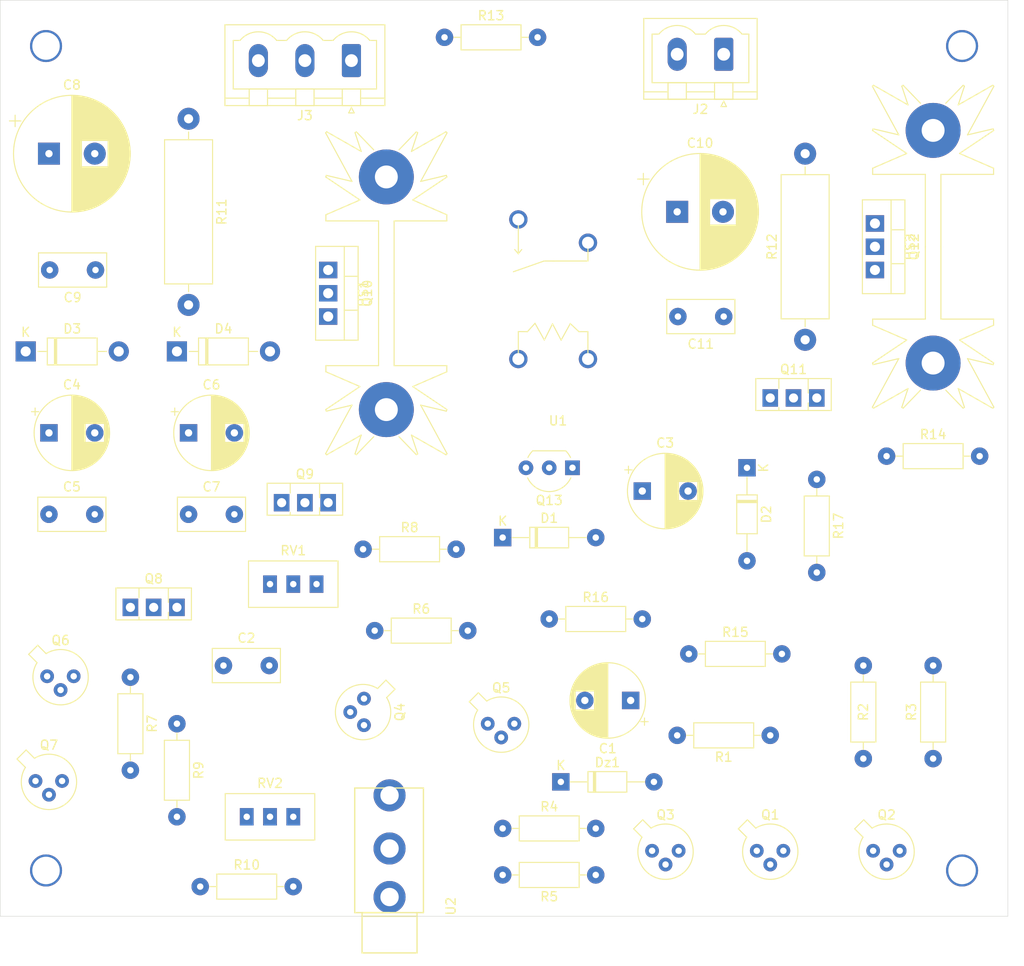
<source format=kicad_pcb>
(kicad_pcb (version 20171130) (host pcbnew "(5.1.9)-1")
  (title_block (title "Amplificateur Audio") (company "Tom Jullien, Augustin Galloo"))
  (layers (0 F.Cu signal) (31 B.Cu signal) (34 B.Paste user) (35 F.Paste user) (36 B.SilkS user) (37 F.SilkS user) (38 B.Mask user) (39 F.Mask user) (44 Edge.Cuts user))
  (net 0 "")
  (net 1 "Net-(C1-Pad1)")
  (net 2 "Net-(C1-Pad2)")
  (net 3 "Net-(C2-Pad1)")
  (net 4 "Net-(C2-Pad2)")
  (net 5 -12V)
  (net 6 "Net-(C3-Pad1)")
  (net 7 GND)
  (net 8 +12V)
  (net 9 "Net-(D1-Pad2)")
  (net 10 "Net-(D2-Pad1)")
  (net 11 "Net-(Dz1-Pad2)")
  (net 12 "Net-(J2-Pad1)")
  (net 13 "Net-(Q1-Pad1)")
  (net 14 "Net-(Q2-Pad3)")
  (net 15 "Net-(Q2-Pad2)")
  (net 16 "Net-(Q3-Pad1)")
  (net 17 "Net-(Q4-Pad1)")
  (net 18 "Net-(Q5-Pad1)")
  (net 19 "Net-(Q6-Pad1)")
  (net 20 "Net-(Q6-Pad2)")
  (net 21 "Net-(Q6-Pad3)")
  (net 22 "Net-(Q7-Pad1)")
  (net 23 "Net-(Q8-Pad3)")
  (net 24 "Net-(Q10-Pad1)")
  (net 25 "Net-(Q10-Pad2)")
  (net 26 "Net-(Q11-Pad1)")
  (net 27 "Net-(Q11-Pad2)")
  (net 28 "Net-(R8-Pad1)")
  (net 29 "Net-(R10-Pad2)")
  (net 30 "Net-(R11-Pad2)")
  (net 31 "Net-(U2-PadTN)")
  (module CmpAmpliAudio:CP_Radial_D8.0mm_P5.00mm (layer F.Cu) (at 83.82 91.44 180)
    (fp_text reference C1 (at 2.5 -5.25) (layer F.SilkS))
    (fp_text value 47u)
    (pad 2 thru_hole circle (at 5 0 180) (size 1.9 1.9) (drill 0.8) (layers *.Cu *.Mask) (net 2 "Net-(C1-Pad2)"))
    (pad 1 thru_hole rect (at 0 0 180) (size 1.9 1.9) (drill 0.8) (layers *.Cu *.Mask) (net 1 "Net-(C1-Pad1)"))
  )
  (module CmpAmpliAudio:C_Rect_L7.2mm_W3.5mm_P5.00mm_FKS2_FKP2_MKS2_MKP2 (layer F.Cu) (at 39.37 87.63)
    (fp_text reference C2 (at 2.5 -3) (layer F.SilkS))
    (fp_text value C)
    (pad 1 thru_hole circle (at 0 0) (size 1.9 1.9) (drill 0.7) (layers *.Cu *.Mask) (net 3 "Net-(C2-Pad1)"))
    (pad 2 thru_hole circle (at 5 0) (size 1.9 1.9) (drill 0.7) (layers *.Cu *.Mask) (net 4 "Net-(C2-Pad2)"))
  )
  (module CmpAmpliAudio:CP_Radial_D8.0mm_P5.00mm (layer F.Cu) (at 85.09 68.58)
    (fp_text reference C3 (at 2.5 -5.25) (layer F.SilkS))
    (fp_text value 47u)
    (pad 1 thru_hole rect (at 0 0) (size 1.9 1.9) (drill 0.8) (layers *.Cu *.Mask) (net 6 "Net-(C3-Pad1)"))
    (pad 2 thru_hole circle (at 5 0) (size 1.9 1.9) (drill 0.8) (layers *.Cu *.Mask) (net 5 -12V))
  )
  (module CmpAmpliAudio:CP_Radial_D8.0mm_P5.00mm (layer F.Cu) (at 20.32 62.23)
    (fp_text reference C4 (at 2.5 -5.25) (layer F.SilkS))
    (fp_text value 10u)
    (pad 2 thru_hole circle (at 5 0) (size 1.9 1.9) (drill 0.8) (layers *.Cu *.Mask) (net 7 GND))
    (pad 1 thru_hole rect (at 0 0) (size 1.9 1.9) (drill 0.8) (layers *.Cu *.Mask) (net 8 +12V))
  )
  (module CmpAmpliAudio:C_Rect_L7.2mm_W3.5mm_P5.00mm_FKS2_FKP2_MKS2_MKP2 (layer F.Cu) (at 20.32 71.12)
    (fp_text reference C5 (at 2.5 -3) (layer F.SilkS))
    (fp_text value 100n)
    (pad 1 thru_hole circle (at 0 0) (size 1.9 1.9) (drill 0.7) (layers *.Cu *.Mask) (net 8 +12V))
    (pad 2 thru_hole circle (at 5 0) (size 1.9 1.9) (drill 0.7) (layers *.Cu *.Mask) (net 7 GND))
  )
  (module CmpAmpliAudio:CP_Radial_D8.0mm_P5.00mm (layer F.Cu) (at 35.56 62.23)
    (fp_text reference C6 (at 2.5 -5.25) (layer F.SilkS))
    (fp_text value 10u)
    (pad 2 thru_hole circle (at 5 0) (size 1.9 1.9) (drill 0.8) (layers *.Cu *.Mask) (net 5 -12V))
    (pad 1 thru_hole rect (at 0 0) (size 1.9 1.9) (drill 0.8) (layers *.Cu *.Mask) (net 7 GND))
  )
  (module CmpAmpliAudio:C_Rect_L7.2mm_W3.5mm_P5.00mm_FKS2_FKP2_MKS2_MKP2 (layer F.Cu) (at 35.56 71.12)
    (fp_text reference C7 (at 2.5 -3) (layer F.SilkS))
    (fp_text value 100n)
    (pad 2 thru_hole circle (at 5 0) (size 1.9 1.9) (drill 0.7) (layers *.Cu *.Mask) (net 5 -12V))
    (pad 1 thru_hole circle (at 0 0) (size 1.9 1.9) (drill 0.7) (layers *.Cu *.Mask) (net 7 GND))
  )
  (module CmpAmpliAudio:CP_Radial_D12.5mm_P5.00mm (layer F.Cu) (at 20.32 31.75)
    (fp_text reference C8 (at 2.5 -7.5) (layer F.SilkS))
    (fp_text value 470u)
    (pad 2 thru_hole circle (at 5 0) (size 2.4 2.4) (drill 0.8) (layers *.Cu *.Mask) (net 7 GND))
    (pad 1 thru_hole rect (at 0 0) (size 2.4 2.4) (drill 0.8) (layers *.Cu *.Mask) (net 8 +12V))
  )
  (module CmpAmpliAudio:C_Rect_L7.2mm_W3.5mm_P5.00mm_FKS2_FKP2_MKS2_MKP2 (layer F.Cu) (at 25.4 44.45 180)
    (fp_text reference C9 (at 2.5 -3) (layer F.SilkS))
    (fp_text value 100n)
    (pad 1 thru_hole circle (at 0 0 180) (size 1.9 1.9) (drill 0.7) (layers *.Cu *.Mask) (net 7 GND))
    (pad 2 thru_hole circle (at 5 0 180) (size 1.9 1.9) (drill 0.7) (layers *.Cu *.Mask) (net 8 +12V))
  )
  (module CmpAmpliAudio:CP_Radial_D12.5mm_P5.00mm (layer F.Cu) (at 88.9 38.1)
    (fp_text reference C10 (at 2.5 -7.5) (layer F.SilkS))
    (fp_text value 470u)
    (pad 1 thru_hole rect (at 0 0) (size 2.4 2.4) (drill 0.8) (layers *.Cu *.Mask) (net 7 GND))
    (pad 2 thru_hole circle (at 5 0) (size 2.4 2.4) (drill 0.8) (layers *.Cu *.Mask) (net 5 -12V))
  )
  (module CmpAmpliAudio:C_Rect_L7.2mm_W3.5mm_P5.00mm_FKS2_FKP2_MKS2_MKP2 (layer F.Cu) (at 93.98 49.53 180)
    (fp_text reference C11 (at 2.5 -3) (layer F.SilkS))
    (fp_text value 100n)
    (pad 2 thru_hole circle (at 5 0 180) (size 1.9 1.9) (drill 0.7) (layers *.Cu *.Mask) (net 7 GND))
    (pad 1 thru_hole circle (at 0 0 180) (size 1.9 1.9) (drill 0.7) (layers *.Cu *.Mask) (net 5 -12V))
  )
  (module CmpAmpliAudio:D_DO-35_SOD27_P10.16mm_Horizontal (layer F.Cu) (at 69.85 73.66)
    (fp_text reference D1 (at 5.08 -2.12) (layer F.SilkS))
    (fp_text value 1N4148)
    (fp_text user K (at 0 -1.8) (layer F.SilkS))
    (pad 2 thru_hole oval (at 10.16 0) (size 1.9 1.9) (drill 0.7) (layers *.Cu *.Mask) (net 9 "Net-(D1-Pad2)"))
    (pad 1 thru_hole rect (at 0 0) (size 1.9 1.9) (drill 0.7) (layers *.Cu *.Mask) (net 8 +12V))
  )
  (module CmpAmpliAudio:D_DO-35_SOD27_P10.16mm_Horizontal (layer F.Cu) (at 96.52 66.04 270)
    (fp_text reference D2 (at 5.08 -2.12 90) (layer F.SilkS))
    (fp_text value 1N4148)
    (fp_text user K (at 0 -1.8 90) (layer F.SilkS))
    (pad 1 thru_hole rect (at 0 0 270) (size 1.9 1.9) (drill 0.7) (layers *.Cu *.Mask) (net 10 "Net-(D2-Pad1)"))
    (pad 2 thru_hole oval (at 10.16 0 270) (size 1.9 1.9) (drill 0.7) (layers *.Cu *.Mask) (net 6 "Net-(C3-Pad1)"))
  )
  (module Diode_THT:D_DO-41_SOD81_P10.16mm_Horizontal (layer F.Cu) (at 17.78 53.34)
    (fp_text reference D3 (at 5.08 -2.47) (layer F.SilkS))
    (fp_text value 1N4001)
    (fp_text user K (at 0 -2.1) (layer F.SilkS))
    (pad 2 thru_hole oval (at 10.16 0) (size 2.2 2.2) (drill 1.1) (layers *.Cu *.Mask) (net 7 GND))
    (pad 1 thru_hole rect (at 0 0) (size 2.2 2.2) (drill 1.1) (layers *.Cu *.Mask) (net 8 +12V))
  )
  (module Diode_THT:D_DO-41_SOD81_P10.16mm_Horizontal (layer F.Cu) (at 34.29 53.34)
    (fp_text reference D4 (at 5.08 -2.47) (layer F.SilkS))
    (fp_text value 1N4001)
    (fp_text user K (at 0 -2.1) (layer F.SilkS))
    (pad 1 thru_hole rect (at 0 0) (size 2.2 2.2) (drill 1.1) (layers *.Cu *.Mask) (net 7 GND))
    (pad 2 thru_hole oval (at 10.16 0) (size 2.2 2.2) (drill 1.1) (layers *.Cu *.Mask) (net 5 -12V))
  )
  (module CmpAmpliAudio:D_DO-35_SOD27_P10.16mm_Horizontal (layer F.Cu) (at 76.2 100.33)
    (fp_text reference Dz1 (at 5.08 -2.12) (layer F.SilkS))
    (fp_text value BZX55C5V1)
    (fp_text user K (at 0 -1.8) (layer F.SilkS))
    (pad 1 thru_hole rect (at 0 0) (size 1.9 1.9) (drill 0.7) (layers *.Cu *.Mask) (net 8 +12V))
    (pad 2 thru_hole oval (at 10.16 0) (size 1.9 1.9) (drill 0.7) (layers *.Cu *.Mask) (net 11 "Net-(Dz1-Pad2)"))
  )
  (module CmpAmpliAudio:Heatsink_Fischer_SK104-STC-STIC_35x13mm_2xDrill2.5mm (layer F.Cu) (at 57.15 46.99 90)
    (fp_text reference HS1 (at -0.025 -2.5 90) (layer F.SilkS))
    (fp_text value Heatsink)
    (pad 1 thru_hole circle (at 12.7 0 90) (size 6 6) (drill 2.5) (layers *.Cu *.Mask))
    (pad 1 thru_hole circle (at -12.7 0 270) (size 6 6) (drill 2.5) (layers *.Cu *.Mask))
  )
  (module CmpAmpliAudio:Heatsink_Fischer_SK104-STC-STIC_35x13mm_2xDrill2.5mm (layer F.Cu) (at 116.84 41.91 90)
    (fp_text reference HS2 (at -0.025 -2.5 90) (layer F.SilkS))
    (fp_text value Heatsink)
    (pad 1 thru_hole circle (at -12.7 0 270) (size 6 6) (drill 2.5) (layers *.Cu *.Mask))
    (pad 1 thru_hole circle (at 12.7 0 90) (size 6 6) (drill 2.5) (layers *.Cu *.Mask))
  )
  (module CmpAmpliAudio:PhoenixContact_MSTBVA_2,5_2-G-5,08_1x02_P5.08mm_Vertical (layer F.Cu) (at 93.98 20.9 180)
    (fp_text reference J2 (at 2.54 -6) (layer F.SilkS))
    (fp_text value Conn_01x02)
    (pad 1 thru_hole roundrect (at 0 0 180) (size 2.08 3.6) (drill 1.4) (layers *.Cu *.Mask) (roundrect_rratio 0.120192) (net 12 "Net-(J2-Pad1)"))
    (pad 2 thru_hole oval (at 5.08 0 180) (size 2.08 3.6) (drill 1.4) (layers *.Cu *.Mask) (net 7 GND))
  )
  (module CmpAmpliAudio:PhoenixContact_MSTBVA_2,5_3-G-5,08_1x03_P5.08mm_Vertical (layer F.Cu) (at 53.34 21.59 180)
    (fp_text reference J3 (at 5.08 -6) (layer F.SilkS))
    (fp_text value Conn_01x03)
    (pad 1 thru_hole roundrect (at 0 0 180) (size 2.08 3.6) (drill 1.4) (layers *.Cu *.Mask) (roundrect_rratio 0.120192) (net 5 -12V))
    (pad 2 thru_hole oval (at 5.08 0 180) (size 2.08 3.6) (drill 1.4) (layers *.Cu *.Mask) (net 7 GND))
    (pad 3 thru_hole oval (at 10.16 0 180) (size 2.08 3.6) (drill 1.4) (layers *.Cu *.Mask) (net 8 +12V))
  )
  (module CmpAmpliAudio:TO-18-3 (layer F.Cu) (at 97.79 107.95)
    (fp_text reference Q1 (at 1.27 -4.02) (layer F.SilkS))
    (fp_text value 2N2907)
    (pad 3 thru_hole circle (at 2.7 -0.1) (size 1.5 1.5) (drill 0.7) (layers *.Cu *.Mask) (net 4 "Net-(C2-Pad2)"))
    (pad 2 thru_hole circle (at 1.27 1.4) (size 1.5 1.5) (drill 0.7) (layers *.Cu *.Mask) (net 1 "Net-(C1-Pad1)"))
    (pad 1 thru_hole circle (at -0.2 -0.1) (size 1.5 1.5) (drill 0.7) (layers *.Cu *.Mask) (net 13 "Net-(Q1-Pad1)"))
  )
  (module CmpAmpliAudio:TO-18-3 (layer F.Cu) (at 110.49 107.95)
    (fp_text reference Q2 (at 1.27 -4.02) (layer F.SilkS))
    (fp_text value 2N2907)
    (pad 3 thru_hole circle (at 2.7 -0.1) (size 1.5 1.5) (drill 0.7) (layers *.Cu *.Mask) (net 14 "Net-(Q2-Pad3)"))
    (pad 2 thru_hole circle (at 1.27 1.4) (size 1.5 1.5) (drill 0.7) (layers *.Cu *.Mask) (net 15 "Net-(Q2-Pad2)"))
    (pad 1 thru_hole circle (at -0.2 -0.1) (size 1.5 1.5) (drill 0.7) (layers *.Cu *.Mask) (net 13 "Net-(Q1-Pad1)"))
  )
  (module CmpAmpliAudio:TO-18-3 (layer F.Cu) (at 86.36 107.95)
    (fp_text reference Q3 (at 1.27 -4.02) (layer F.SilkS))
    (fp_text value 2N2907)
    (pad 1 thru_hole circle (at -0.2 -0.1) (size 1.5 1.5) (drill 0.7) (layers *.Cu *.Mask) (net 16 "Net-(Q3-Pad1)"))
    (pad 2 thru_hole circle (at 1.27 1.4) (size 1.5 1.5) (drill 0.7) (layers *.Cu *.Mask) (net 11 "Net-(Dz1-Pad2)"))
    (pad 3 thru_hole circle (at 2.7 -0.1) (size 1.5 1.5) (drill 0.7) (layers *.Cu *.Mask) (net 13 "Net-(Q1-Pad1)"))
  )
  (module CmpAmpliAudio:TO-18-3 (layer F.Cu) (at 54.61 91.44 270)
    (fp_text reference Q4 (at 1.27 -4.02 90) (layer F.SilkS))
    (fp_text value 2N222)
    (pad 1 thru_hole circle (at -0.2 -0.1 270) (size 1.5 1.5) (drill 0.7) (layers *.Cu *.Mask) (net 17 "Net-(Q4-Pad1)"))
    (pad 2 thru_hole circle (at 1.27 1.4 270) (size 1.5 1.5) (drill 0.7) (layers *.Cu *.Mask) (net 4 "Net-(C2-Pad2)"))
    (pad 3 thru_hole circle (at 2.7 -0.1 270) (size 1.5 1.5) (drill 0.7) (layers *.Cu *.Mask) (net 3 "Net-(C2-Pad1)"))
  )
  (module CmpAmpliAudio:TO-18-3 (layer F.Cu) (at 68.42 94.08)
    (fp_text reference Q5 (at 1.27 -4.02) (layer F.SilkS))
    (fp_text value 2N222)
    (pad 1 thru_hole circle (at -0.2 -0.1) (size 1.5 1.5) (drill 0.7) (layers *.Cu *.Mask) (net 18 "Net-(Q5-Pad1)"))
    (pad 2 thru_hole circle (at 1.27 1.4) (size 1.5 1.5) (drill 0.7) (layers *.Cu *.Mask) (net 17 "Net-(Q4-Pad1)"))
    (pad 3 thru_hole circle (at 2.7 -0.1) (size 1.5 1.5) (drill 0.7) (layers *.Cu *.Mask) (net 3 "Net-(C2-Pad1)"))
  )
  (module CmpAmpliAudio:TO-18-3 (layer F.Cu) (at 20.32 88.9)
    (fp_text reference Q6 (at 1.27 -4.02) (layer F.SilkS))
    (fp_text value 2N2907)
    (pad 3 thru_hole circle (at 2.7 -0.1) (size 1.5 1.5) (drill 0.7) (layers *.Cu *.Mask) (net 21 "Net-(Q6-Pad3)"))
    (pad 2 thru_hole circle (at 1.27 1.4) (size 1.5 1.5) (drill 0.7) (layers *.Cu *.Mask) (net 20 "Net-(Q6-Pad2)"))
    (pad 1 thru_hole circle (at -0.2 -0.1) (size 1.5 1.5) (drill 0.7) (layers *.Cu *.Mask) (net 19 "Net-(Q6-Pad1)"))
  )
  (module CmpAmpliAudio:TO-18-3 (layer F.Cu) (at 19.05 100.33)
    (fp_text reference Q7 (at 1.27 -4.02) (layer F.SilkS))
    (fp_text value 2N2907)
    (pad 1 thru_hole circle (at -0.2 -0.1) (size 1.5 1.5) (drill 0.7) (layers *.Cu *.Mask) (net 22 "Net-(Q7-Pad1)"))
    (pad 2 thru_hole circle (at 1.27 1.4) (size 1.5 1.5) (drill 0.7) (layers *.Cu *.Mask) (net 20 "Net-(Q6-Pad2)"))
    (pad 3 thru_hole circle (at 2.7 -0.1) (size 1.5 1.5) (drill 0.7) (layers *.Cu *.Mask) (net 20 "Net-(Q6-Pad2)"))
  )
  (module CmpAmpliAudio:TO-126-3_Vertical (layer F.Cu) (at 29.21 81.28)
    (fp_text reference Q8 (at 2.54 -3.12) (layer F.SilkS))
    (fp_text value BD139)
    (pad 1 thru_hole rect (at 0 0) (size 1.7 1.9) (drill 1) (layers *.Cu *.Mask) (net 3 "Net-(C2-Pad1)"))
    (pad 2 thru_hole rect (at 2.54 0) (size 1.7 1.9) (drill 1) (layers *.Cu *.Mask) (net 21 "Net-(Q6-Pad3)"))
    (pad 3 thru_hole rect (at 5.08 0) (size 1.7 1.9) (drill 1) (layers *.Cu *.Mask) (net 23 "Net-(Q8-Pad3)"))
  )
  (module CmpAmpliAudio:TO-126-3_Vertical (layer F.Cu) (at 45.72 69.85)
    (fp_text reference Q9 (at 2.54 -3.12) (layer F.SilkS))
    (fp_text value BD139)
    (pad 3 thru_hole rect (at 5.08 0) (size 1.7 1.9) (drill 1) (layers *.Cu *.Mask) (net 21 "Net-(Q6-Pad3)"))
    (pad 2 thru_hole rect (at 2.54 0) (size 1.7 1.9) (drill 1) (layers *.Cu *.Mask) (net 24 "Net-(Q10-Pad1)"))
    (pad 1 thru_hole rect (at 0 0) (size 1.7 1.9) (drill 1) (layers *.Cu *.Mask) (net 25 "Net-(Q10-Pad2)"))
  )
  (module CmpAmpliAudio:TO-220-3_Vertical (layer F.Cu) (at 50.8 44.45 270)
    (fp_text reference Q10 (at 2.54 -4.27 90) (layer F.SilkS))
    (fp_text value TIP32)
    (pad 1 thru_hole rect (at 0 0 270) (size 1.8 2) (drill 1.1) (layers *.Cu *.Mask) (net 24 "Net-(Q10-Pad1)"))
    (pad 2 thru_hole rect (at 2.54 0 270) (size 1.8 2) (drill 1.1) (layers *.Cu *.Mask) (net 25 "Net-(Q10-Pad2)"))
    (pad 3 thru_hole rect (at 5.08 0 270) (size 1.8 2) (drill 1.1) (layers *.Cu *.Mask) (net 8 +12V))
  )
  (module CmpAmpliAudio:TO-126-3_Vertical (layer F.Cu) (at 99.06 58.42)
    (fp_text reference Q11 (at 2.54 -3.12) (layer F.SilkS))
    (fp_text value BD138)
    (pad 1 thru_hole rect (at 0 0) (size 1.7 1.9) (drill 1) (layers *.Cu *.Mask) (net 26 "Net-(Q11-Pad1)"))
    (pad 2 thru_hole rect (at 2.54 0) (size 1.7 1.9) (drill 1) (layers *.Cu *.Mask) (net 27 "Net-(Q11-Pad2)"))
    (pad 3 thru_hole rect (at 5.08 0) (size 1.7 1.9) (drill 1) (layers *.Cu *.Mask) (net 3 "Net-(C2-Pad1)"))
  )
  (module CmpAmpliAudio:TO-220-3_Vertical (layer F.Cu) (at 110.49 39.37 270)
    (fp_text reference Q12 (at 2.54 -4.27 90) (layer F.SilkS))
    (fp_text value TIP31)
    (pad 3 thru_hole rect (at 5.08 0 270) (size 1.8 2) (drill 1.1) (layers *.Cu *.Mask) (net 5 -12V))
    (pad 2 thru_hole rect (at 2.54 0 270) (size 1.8 2) (drill 1.1) (layers *.Cu *.Mask) (net 26 "Net-(Q11-Pad1)"))
    (pad 1 thru_hole rect (at 0 0 270) (size 1.8 2) (drill 1.1) (layers *.Cu *.Mask) (net 27 "Net-(Q11-Pad2)"))
  )
  (module CmpAmpliAudio:TO-92_Inline_Wide (layer F.Cu) (at 77.47 66.04 180)
    (fp_text reference Q13 (at 2.54 -3.56) (layer F.SilkS))
    (fp_text value 2N222)
    (pad 2 thru_hole circle (at 2.54 0 270) (size 1.6 1.6) (drill 0.7) (layers *.Cu *.Mask) (net 10 "Net-(D2-Pad1)"))
    (pad 3 thru_hole circle (at 5.08 0 270) (size 1.6 1.6) (drill 0.7) (layers *.Cu *.Mask) (net 9 "Net-(D1-Pad2)"))
    (pad 1 thru_hole rect (at 0 0 270) (size 1.6 1.6) (drill 0.7) (layers *.Cu *.Mask) (net 7 GND))
  )
  (module CmpAmpliAudio:R_Axial_DIN0207_L6.3mm_D2.5mm_P10.16mm_Horizontal (layer F.Cu) (at 99.06 95.25 180)
    (fp_text reference R1 (at 5.08 -2.37) (layer F.SilkS))
    (fp_text value R)
    (pad 1 thru_hole circle (at 0 0 180) (size 1.9 1.9) (drill 0.7) (layers *.Cu *.Mask) (net 1 "Net-(C1-Pad1)"))
    (pad 2 thru_hole circle (at 10.16 0 180) (size 1.9 1.9) (drill 0.7) (layers *.Cu *.Mask) (net 7 GND))
  )
  (module CmpAmpliAudio:R_Axial_DIN0207_L6.3mm_D2.5mm_P10.16mm_Horizontal (layer F.Cu) (at 109.22 97.79 90)
    (fp_text reference R2 (at 5.08 0 90) (layer F.SilkS))
    (fp_text value R)
    (pad 1 thru_hole circle (at 0 0 90) (size 1.9 1.9) (drill 0.7) (layers *.Cu *.Mask) (net 4 "Net-(C2-Pad2)"))
    (pad 2 thru_hole circle (at 10.16 0 90) (size 1.9 1.9) (drill 0.7) (layers *.Cu *.Mask) (net 5 -12V))
  )
  (module CmpAmpliAudio:R_Axial_DIN0207_L6.3mm_D2.5mm_P10.16mm_Horizontal (layer F.Cu) (at 116.84 97.79 90)
    (fp_text reference R3 (at 5.08 -2.37 90) (layer F.SilkS))
    (fp_text value R)
    (pad 2 thru_hole circle (at 10.16 0 90) (size 1.9 1.9) (drill 0.7) (layers *.Cu *.Mask) (net 5 -12V))
    (pad 1 thru_hole circle (at 0 0 90) (size 1.9 1.9) (drill 0.7) (layers *.Cu *.Mask) (net 14 "Net-(Q2-Pad3)"))
  )
  (module CmpAmpliAudio:R_Axial_DIN0207_L6.3mm_D2.5mm_P10.16mm_Horizontal (layer F.Cu) (at 69.85 105.41)
    (fp_text reference R4 (at 5.08 -2.37) (layer F.SilkS))
    (fp_text value R)
    (pad 2 thru_hole circle (at 10.16 0) (size 1.9 1.9) (drill 0.7) (layers *.Cu *.Mask) (net 16 "Net-(Q3-Pad1)"))
    (pad 1 thru_hole circle (at 0 0) (size 1.9 1.9) (drill 0.7) (layers *.Cu *.Mask) (net 8 +12V))
  )
  (module CmpAmpliAudio:R_Axial_DIN0207_L6.3mm_D2.5mm_P10.16mm_Horizontal (layer F.Cu) (at 80.01 110.49 180)
    (fp_text reference R5 (at 5.08 -2.37) (layer F.SilkS))
    (fp_text value R)
    (pad 1 thru_hole circle (at 0 0 180) (size 1.9 1.9) (drill 0.7) (layers *.Cu *.Mask) (net 11 "Net-(Dz1-Pad2)"))
    (pad 2 thru_hole circle (at 10.16 0 180) (size 1.9 1.9) (drill 0.7) (layers *.Cu *.Mask) (net 7 GND))
  )
  (module CmpAmpliAudio:R_Axial_DIN0207_L6.3mm_D2.5mm_P10.16mm_Horizontal (layer F.Cu) (at 55.88 83.82)
    (fp_text reference R6 (at 5.08 -2.37) (layer F.SilkS))
    (fp_text value R)
    (pad 2 thru_hole circle (at 10.16 0) (size 1.9 1.9) (drill 0.7) (layers *.Cu *.Mask) (net 5 -12V))
    (pad 1 thru_hole circle (at 0 0) (size 1.9 1.9) (drill 0.7) (layers *.Cu *.Mask) (net 18 "Net-(Q5-Pad1)"))
  )
  (module CmpAmpliAudio:R_Axial_DIN0207_L6.3mm_D2.5mm_P10.16mm_Horizontal (layer F.Cu) (at 29.21 88.9 270)
    (fp_text reference R7 (at 5.08 -2.37 90) (layer F.SilkS))
    (fp_text value R)
    (pad 1 thru_hole circle (at 0 0 270) (size 1.9 1.9) (drill 0.7) (layers *.Cu *.Mask) (net 8 +12V))
    (pad 2 thru_hole circle (at 10.16 0 270) (size 1.9 1.9) (drill 0.7) (layers *.Cu *.Mask) (net 19 "Net-(Q6-Pad1)"))
  )
  (module CmpAmpliAudio:R_Axial_DIN0207_L6.3mm_D2.5mm_P10.16mm_Horizontal (layer F.Cu) (at 54.61 74.93)
    (fp_text reference R8 (at 5.08 -2.37) (layer F.SilkS))
    (fp_text value R)
    (pad 2 thru_hole circle (at 10.16 0) (size 1.9 1.9) (drill 0.7) (layers *.Cu *.Mask) (net 3 "Net-(C2-Pad1)"))
    (pad 1 thru_hole circle (at 0 0) (size 1.9 1.9) (drill 0.7) (layers *.Cu *.Mask) (net 28 "Net-(R8-Pad1)"))
  )
  (module CmpAmpliAudio:R_Axial_DIN0207_L6.3mm_D2.5mm_P10.16mm_Horizontal (layer F.Cu) (at 34.29 93.98 270)
    (fp_text reference R9 (at 5.08 -2.37 90) (layer F.SilkS))
    (fp_text value R)
    (pad 2 thru_hole circle (at 10.16 0 270) (size 1.9 1.9) (drill 0.7) (layers *.Cu *.Mask) (net 22 "Net-(Q7-Pad1)"))
    (pad 1 thru_hole circle (at 0 0 270) (size 1.9 1.9) (drill 0.7) (layers *.Cu *.Mask) (net 8 +12V))
  )
  (module CmpAmpliAudio:R_Axial_DIN0207_L6.3mm_D2.5mm_P10.16mm_Horizontal (layer F.Cu) (at 36.83 111.76)
    (fp_text reference R10 (at 5.08 -2.37) (layer F.SilkS))
    (fp_text value R)
    (pad 1 thru_hole circle (at 0 0) (size 1.9 1.9) (drill 0.7) (layers *.Cu *.Mask) (net 20 "Net-(Q6-Pad2)"))
    (pad 2 thru_hole circle (at 10.16 0) (size 1.9 1.9) (drill 0.7) (layers *.Cu *.Mask) (net 29 "Net-(R10-Pad2)"))
  )
  (module CmpAmpliAudio:R_Axial_DIN0516_L15.5mm_D5.0mm_P20.32mm_Horizontal (layer F.Cu) (at 35.56 27.94 270)
    (fp_text reference R11 (at 10.16 -3.62 90) (layer F.SilkS))
    (fp_text value R)
    (pad 1 thru_hole circle (at 0 0 270) (size 2.4 2.4) (drill 1) (layers *.Cu *.Mask) (net 25 "Net-(Q10-Pad2)"))
    (pad 2 thru_hole oval (at 20.32 0 270) (size 2.4 2.4) (drill 1) (layers *.Cu *.Mask) (net 30 "Net-(R11-Pad2)"))
  )
  (module CmpAmpliAudio:R_Axial_DIN0516_L15.5mm_D5.0mm_P20.32mm_Horizontal (layer F.Cu) (at 102.87 52.07 90)
    (fp_text reference R12 (at 10.16 -3.62 90) (layer F.SilkS))
    (fp_text value R)
    (pad 2 thru_hole oval (at 20.32 0 90) (size 2.4 2.4) (drill 1) (layers *.Cu *.Mask) (net 26 "Net-(Q11-Pad1)"))
    (pad 1 thru_hole circle (at 0 0 90) (size 2.4 2.4) (drill 1) (layers *.Cu *.Mask) (net 30 "Net-(R11-Pad2)"))
  )
  (module CmpAmpliAudio:R_Axial_DIN0207_L6.3mm_D2.5mm_P10.16mm_Horizontal (layer F.Cu) (at 63.5 19.05)
    (fp_text reference R13 (at 5.08 -2.37) (layer F.SilkS))
    (fp_text value R)
    (pad 2 thru_hole circle (at 10.16 0) (size 1.9 1.9) (drill 0.7) (layers *.Cu *.Mask) (net 7 GND))
    (pad 1 thru_hole circle (at 0 0) (size 1.9 1.9) (drill 0.7) (layers *.Cu *.Mask) (net 30 "Net-(R11-Pad2)"))
  )
  (module CmpAmpliAudio:R_Axial_DIN0207_L6.3mm_D2.5mm_P10.16mm_Horizontal (layer F.Cu) (at 111.76 64.77)
    (fp_text reference R14 (at 5.08 -2.37) (layer F.SilkS))
    (fp_text value R)
    (pad 1 thru_hole circle (at 0 0) (size 1.9 1.9) (drill 0.7) (layers *.Cu *.Mask) (net 30 "Net-(R11-Pad2)"))
    (pad 2 thru_hole circle (at 10.16 0) (size 1.9 1.9) (drill 0.7) (layers *.Cu *.Mask) (net 15 "Net-(Q2-Pad2)"))
  )
  (module CmpAmpliAudio:R_Axial_DIN0207_L6.3mm_D2.5mm_P10.16mm_Horizontal (layer F.Cu) (at 90.17 86.36)
    (fp_text reference R15 (at 5.08 -2.37) (layer F.SilkS))
    (fp_text value R)
    (pad 1 thru_hole circle (at 0 0) (size 1.9 1.9) (drill 0.7) (layers *.Cu *.Mask) (net 7 GND))
    (pad 2 thru_hole circle (at 10.16 0) (size 1.9 1.9) (drill 0.7) (layers *.Cu *.Mask) (net 15 "Net-(Q2-Pad2)"))
  )
  (module CmpAmpliAudio:R_Axial_DIN0207_L6.3mm_D2.5mm_P10.16mm_Horizontal (layer F.Cu) (at 74.93 82.55)
    (fp_text reference R16 (at 5.08 -2.37) (layer F.SilkS))
    (fp_text value R)
    (pad 2 thru_hole circle (at 10.16 0) (size 1.9 1.9) (drill 0.7) (layers *.Cu *.Mask) (net 6 "Net-(C3-Pad1)"))
    (pad 1 thru_hole circle (at 0 0) (size 1.9 1.9) (drill 0.7) (layers *.Cu *.Mask) (net 8 +12V))
  )
  (module CmpAmpliAudio:R_Axial_DIN0207_L6.3mm_D2.5mm_P10.16mm_Horizontal (layer F.Cu) (at 104.14 67.31 270)
    (fp_text reference R17 (at 5.08 -2.37 90) (layer F.SilkS))
    (fp_text value R)
    (pad 1 thru_hole circle (at 0 0 270) (size 1.9 1.9) (drill 0.7) (layers *.Cu *.Mask) (net 10 "Net-(D2-Pad1)"))
    (pad 2 thru_hole circle (at 10.16 0 270) (size 1.9 1.9) (drill 0.7) (layers *.Cu *.Mask) (net 7 GND))
  )
  (module CmpAmpliAudio:Potentiometer_Bourns_3296W_Vertical (layer F.Cu) (at 49.53 78.74)
    (fp_text reference RV1 (at -2.54 -3.66) (layer F.SilkS))
    (fp_text value R_POT)
    (pad 1 thru_hole rect (at 0 0) (size 1.5 1.9) (drill 0.7) (layers *.Cu *.Mask) (net 21 "Net-(Q6-Pad3)"))
    (pad 2 thru_hole rect (at -2.54 0) (size 1.5 1.9) (drill 0.7) (layers *.Cu *.Mask) (net 23 "Net-(Q8-Pad3)"))
    (pad 3 thru_hole rect (at -5.08 0) (size 1.5 1.9) (drill 0.7) (layers *.Cu *.Mask) (net 28 "Net-(R8-Pad1)"))
  )
  (module CmpAmpliAudio:Potentiometer_Bourns_3296W_Vertical (layer F.Cu) (at 46.99 104.14)
    (fp_text reference RV2 (at -2.54 -3.66) (layer F.SilkS))
    (fp_text value R_POT)
    (pad 3 thru_hole rect (at -5.08 0) (size 1.5 1.9) (drill 0.7) (layers *.Cu *.Mask) (net 29 "Net-(R10-Pad2)"))
    (pad 2 thru_hole rect (at -2.54 0) (size 1.5 1.9) (drill 0.7) (layers *.Cu *.Mask) (net 29 "Net-(R10-Pad2)"))
    (pad 1 thru_hole rect (at 0 0) (size 1.5 1.9) (drill 0.7) (layers *.Cu *.Mask) (net 7 GND))
  )
  (module BE_Elec:Relay_1CT (layer F.Cu) (at 69.85 55.88)
    (fp_text reference U1 (at 6.04 5.03) (layer F.SilkS))
    (fp_text value Relay_1CT)
    (pad c2 thru_hole circle (at 9.31 -14.41) (size 2 2) (drill 1.3) (layers *.Cu *.Mask) (net 12 "Net-(J2-Pad1)"))
    (pad c1 thru_hole circle (at 1.71 -16.95) (size 2 2) (drill 1.3) (layers *.Cu *.Mask) (net 30 "Net-(R11-Pad2)"))
    (pad b2 thru_hole circle (at 9.31 -1.71) (size 2 2) (drill 1.3) (layers *.Cu *.Mask) (net 8 +12V))
    (pad b1 thru_hole circle (at 1.71 -1.71) (size 2 2) (drill 1.3) (layers *.Cu *.Mask) (net 9 "Net-(D1-Pad2)"))
  )
  (module CmpAmpliAudio:Jack_35RAPC2AV (layer F.Cu) (at 57.5 115 90)
    (fp_text reference U2 (at 1.1 6.7 90) (layer F.SilkS))
    (fp_text value Jack_Mono)
    (pad TN thru_hole circle (at 13.2 0 90) (size 3.5 3.5) (drill 2) (layers *.Cu *.Mask) (net 31 "Net-(U2-PadTN)"))
    (pad G thru_hole circle (at 2.1 0 90) (size 3.5 3.5) (drill 2) (layers *.Cu *.Mask) (net 7 GND))
    (pad T thru_hole circle (at 7.4 0 90) (size 3.5 3.5) (drill 2) (layers *.Cu *.Mask) (net 2 "Net-(C1-Pad2)"))
  )
  (gr_line (start 15 15) (end 15 115) (layer Edge.Cuts) (width 0.05))
  (gr_line (start 125 115) (end 15 115) (layer Edge.Cuts) (width 0.05))
  (gr_line (start 125 15) (end 125 115) (layer Edge.Cuts) (width 0.05))
  (gr_line (start 15 15) (end 125 15) (layer Edge.Cuts) (width 0.05))
  (via (at 20 20) (size 3.5) (drill 3) (layers F.Cu B.Cu) (net 0))
  (via (at 120 20) (size 3.5) (drill 3) (layers F.Cu B.Cu) (net 0))
  (via (at 20 110) (size 3.5) (drill 3) (layers F.Cu B.Cu) (net 0))
  (via (at 120 110) (size 3.5) (drill 3) (layers F.Cu B.Cu) (net 18))
)
</source>
